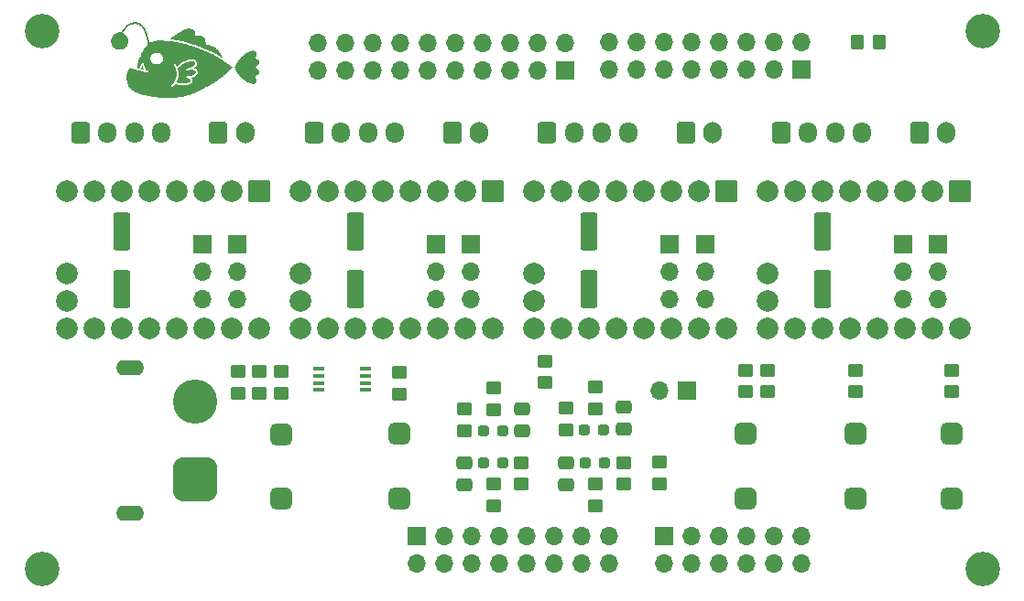
<source format=gts>
%TF.GenerationSoftware,KiCad,Pcbnew,8.0.3*%
%TF.CreationDate,2024-06-29T14:46:45+02:00*%
%TF.ProjectId,StepperDriver-Shield_FRDM-MCXA153,53746570-7065-4724-9472-697665722d53,rev?*%
%TF.SameCoordinates,Original*%
%TF.FileFunction,Soldermask,Top*%
%TF.FilePolarity,Negative*%
%FSLAX46Y46*%
G04 Gerber Fmt 4.6, Leading zero omitted, Abs format (unit mm)*
G04 Created by KiCad (PCBNEW 8.0.3) date 2024-06-29 14:46:45*
%MOMM*%
%LPD*%
G01*
G04 APERTURE LIST*
G04 Aperture macros list*
%AMRoundRect*
0 Rectangle with rounded corners*
0 $1 Rounding radius*
0 $2 $3 $4 $5 $6 $7 $8 $9 X,Y pos of 4 corners*
0 Add a 4 corners polygon primitive as box body*
4,1,4,$2,$3,$4,$5,$6,$7,$8,$9,$2,$3,0*
0 Add four circle primitives for the rounded corners*
1,1,$1+$1,$2,$3*
1,1,$1+$1,$4,$5*
1,1,$1+$1,$6,$7*
1,1,$1+$1,$8,$9*
0 Add four rect primitives between the rounded corners*
20,1,$1+$1,$2,$3,$4,$5,0*
20,1,$1+$1,$4,$5,$6,$7,0*
20,1,$1+$1,$6,$7,$8,$9,0*
20,1,$1+$1,$8,$9,$2,$3,0*%
G04 Aperture macros list end*
%ADD10C,0.000000*%
%ADD11RoundRect,0.102000X-0.900000X0.900000X-0.900000X-0.900000X0.900000X-0.900000X0.900000X0.900000X0*%
%ADD12C,2.004000*%
%ADD13RoundRect,0.250000X-0.450000X0.350000X-0.450000X-0.350000X0.450000X-0.350000X0.450000X0.350000X0*%
%ADD14RoundRect,0.250000X-0.475000X0.337500X-0.475000X-0.337500X0.475000X-0.337500X0.475000X0.337500X0*%
%ADD15C,3.200000*%
%ADD16RoundRect,0.250000X0.475000X-0.337500X0.475000X0.337500X-0.475000X0.337500X-0.475000X-0.337500X0*%
%ADD17RoundRect,0.250000X0.350000X0.450000X-0.350000X0.450000X-0.350000X-0.450000X0.350000X-0.450000X0*%
%ADD18RoundRect,0.250000X-0.600000X-0.750000X0.600000X-0.750000X0.600000X0.750000X-0.600000X0.750000X0*%
%ADD19O,1.700000X2.000000*%
%ADD20RoundRect,0.250000X-0.600000X-0.725000X0.600000X-0.725000X0.600000X0.725000X-0.600000X0.725000X0*%
%ADD21O,1.700000X1.950000*%
%ADD22R,1.100000X0.400000*%
%ADD23RoundRect,0.250000X0.450000X-0.350000X0.450000X0.350000X-0.450000X0.350000X-0.450000X-0.350000X0*%
%ADD24RoundRect,0.250000X-0.550000X1.500000X-0.550000X-1.500000X0.550000X-1.500000X0.550000X1.500000X0*%
%ADD25RoundRect,0.500000X-0.500000X0.500000X-0.500000X-0.500000X0.500000X-0.500000X0.500000X0.500000X0*%
%ADD26R,1.700000X1.700000*%
%ADD27O,1.700000X1.700000*%
%ADD28O,2.604000X1.404000*%
%ADD29RoundRect,1.025000X1.025000X-1.025000X1.025000X1.025000X-1.025000X1.025000X-1.025000X-1.025000X0*%
%ADD30C,4.100000*%
%ADD31RoundRect,0.237500X-0.287500X-0.237500X0.287500X-0.237500X0.287500X0.237500X-0.287500X0.237500X0*%
%ADD32RoundRect,0.500000X0.500000X-0.500000X0.500000X0.500000X-0.500000X0.500000X-0.500000X-0.500000X0*%
%ADD33RoundRect,0.237500X0.287500X0.237500X-0.287500X0.237500X-0.287500X-0.237500X0.287500X-0.237500X0*%
G04 APERTURE END LIST*
D10*
%TO.C,Blub1*%
G36*
X96642611Y-73467663D02*
G01*
X96643330Y-73469784D01*
X96644913Y-73476011D01*
X96649631Y-73489965D01*
X96657440Y-73511526D01*
X96668293Y-73540573D01*
X96682145Y-73576984D01*
X96698952Y-73620640D01*
X96718667Y-73671419D01*
X96728232Y-73695938D01*
X96739537Y-73724942D01*
X96749885Y-73751616D01*
X96758858Y-73774870D01*
X96766037Y-73793614D01*
X96771002Y-73806757D01*
X96773335Y-73813209D01*
X96773403Y-73813432D01*
X96774114Y-73817401D01*
X96772601Y-73819539D01*
X96767653Y-73819722D01*
X96758056Y-73817828D01*
X96742599Y-73813733D01*
X96723777Y-73808381D01*
X96708466Y-73804163D01*
X96686561Y-73798382D01*
X96659701Y-73791459D01*
X96629525Y-73783813D01*
X96597673Y-73775862D01*
X96572487Y-73769664D01*
X96543203Y-73762402D01*
X96516806Y-73755660D01*
X96494359Y-73749724D01*
X96476926Y-73744882D01*
X96465568Y-73741421D01*
X96461349Y-73739629D01*
X96461344Y-73739601D01*
X96463542Y-73735228D01*
X96469645Y-73725143D01*
X96478827Y-73710660D01*
X96490264Y-73693091D01*
X96495907Y-73684559D01*
X96509879Y-73663320D01*
X96525391Y-73639380D01*
X96541815Y-73613747D01*
X96558520Y-73587430D01*
X96574877Y-73561435D01*
X96590257Y-73536772D01*
X96604031Y-73514448D01*
X96615568Y-73495471D01*
X96624240Y-73480850D01*
X96629417Y-73471592D01*
X96630628Y-73468789D01*
X96634067Y-73465587D01*
X96636979Y-73465183D01*
X96642611Y-73467663D01*
G37*
G36*
X106895751Y-72033090D02*
G01*
X106907077Y-72034593D01*
X106919087Y-72037472D01*
X106932903Y-72042111D01*
X106949649Y-72048896D01*
X106970451Y-72058211D01*
X106996430Y-72070439D01*
X107028712Y-72085966D01*
X107034235Y-72088636D01*
X107066424Y-72104691D01*
X107091959Y-72118748D01*
X107112115Y-72131791D01*
X107128165Y-72144803D01*
X107141383Y-72158766D01*
X107153041Y-72174663D01*
X107159835Y-72185569D01*
X107173729Y-72210430D01*
X107183409Y-72231827D01*
X107190079Y-72252809D01*
X107194356Y-72273020D01*
X107198080Y-72305530D01*
X107197676Y-72338940D01*
X107192916Y-72374179D01*
X107183573Y-72412175D01*
X107169420Y-72453858D01*
X107150230Y-72500156D01*
X107126451Y-72550630D01*
X107115559Y-72572915D01*
X107105841Y-72593201D01*
X107097993Y-72610004D01*
X107092712Y-72621835D01*
X107090852Y-72626560D01*
X107086939Y-72636463D01*
X107080736Y-72649656D01*
X107077588Y-72655770D01*
X107068403Y-72680581D01*
X107067437Y-72704400D01*
X107074457Y-72726759D01*
X107089231Y-72747188D01*
X107111525Y-72765218D01*
X107138979Y-72779495D01*
X107189849Y-72801792D01*
X107233339Y-72822902D01*
X107270318Y-72843542D01*
X107301657Y-72864431D01*
X107328227Y-72886287D01*
X107350897Y-72909826D01*
X107370538Y-72935767D01*
X107388021Y-72964826D01*
X107404215Y-72997723D01*
X107404556Y-72998480D01*
X107413915Y-73021387D01*
X107422999Y-73047234D01*
X107430308Y-73071635D01*
X107432356Y-73079817D01*
X107436527Y-73098431D01*
X107438889Y-73112140D01*
X107439518Y-73123960D01*
X107438489Y-73136908D01*
X107435880Y-73154001D01*
X107434450Y-73162449D01*
X107429507Y-73186161D01*
X107423172Y-73209039D01*
X107416431Y-73227596D01*
X107415257Y-73230193D01*
X107399149Y-73258188D01*
X107376158Y-73289012D01*
X107347068Y-73321899D01*
X107312666Y-73356082D01*
X107273735Y-73390797D01*
X107231059Y-73425276D01*
X107185423Y-73458753D01*
X107171268Y-73468489D01*
X107141995Y-73489548D01*
X107120246Y-73508040D01*
X107105612Y-73524347D01*
X107098797Y-73535967D01*
X107094070Y-73554636D01*
X107093387Y-73576298D01*
X107096756Y-73596501D01*
X107098665Y-73601866D01*
X107104779Y-73611928D01*
X107114624Y-73623741D01*
X107126233Y-73635409D01*
X107137643Y-73645032D01*
X107146887Y-73650712D01*
X107150018Y-73651480D01*
X107155630Y-73653814D01*
X107166884Y-73660262D01*
X107182549Y-73669996D01*
X107201391Y-73682186D01*
X107222179Y-73696004D01*
X107243681Y-73710620D01*
X107264663Y-73725206D01*
X107283893Y-73738932D01*
X107300139Y-73750970D01*
X107312168Y-73760490D01*
X107312521Y-73760787D01*
X107331777Y-73777995D01*
X107352000Y-73797660D01*
X107371413Y-73817914D01*
X107388240Y-73836891D01*
X107400705Y-73852723D01*
X107402621Y-73855502D01*
X107418421Y-73884765D01*
X107429875Y-73919069D01*
X107436246Y-73951025D01*
X107438402Y-73966432D01*
X107439303Y-73978781D01*
X107438762Y-73990602D01*
X107436589Y-74004424D01*
X107432597Y-74022778D01*
X107430143Y-74033250D01*
X107419229Y-74070689D01*
X107404188Y-74109851D01*
X107386297Y-74147919D01*
X107366831Y-74182073D01*
X107354706Y-74199813D01*
X107330860Y-74227757D01*
X107300964Y-74255304D01*
X107264466Y-74282862D01*
X107220814Y-74310843D01*
X107169456Y-74339654D01*
X107158566Y-74345368D01*
X107130856Y-74360395D01*
X107109912Y-74373419D01*
X107094569Y-74385410D01*
X107083665Y-74397339D01*
X107076036Y-74410176D01*
X107073392Y-74416428D01*
X107068651Y-74437411D01*
X107069038Y-74459488D01*
X107074288Y-74479421D01*
X107079282Y-74488479D01*
X107086422Y-74500858D01*
X107091227Y-74513268D01*
X107091251Y-74513366D01*
X107094595Y-74522421D01*
X107101026Y-74536535D01*
X107109458Y-74553396D01*
X107114715Y-74563299D01*
X107143445Y-74619192D01*
X107166038Y-74670053D01*
X107182601Y-74716569D01*
X107193243Y-74759427D01*
X107198072Y-74799315D01*
X107197197Y-74836917D01*
X107190726Y-74872922D01*
X107178766Y-74908015D01*
X107171566Y-74923809D01*
X107161148Y-74944290D01*
X107151008Y-74962033D01*
X107140318Y-74977717D01*
X107128250Y-74992018D01*
X107113977Y-75005612D01*
X107096671Y-75019176D01*
X107075505Y-75033388D01*
X107049651Y-75048923D01*
X107018282Y-75066460D01*
X106980570Y-75086674D01*
X106957672Y-75098733D01*
X106937453Y-75109068D01*
X106922314Y-75115912D01*
X106910011Y-75120022D01*
X106898299Y-75122157D01*
X106885694Y-75123045D01*
X106868991Y-75123341D01*
X106853852Y-75122987D01*
X106845247Y-75122262D01*
X106740060Y-75102566D01*
X106634369Y-75074626D01*
X106528088Y-75038411D01*
X106421126Y-74993885D01*
X106313397Y-74941015D01*
X106204812Y-74879767D01*
X106195322Y-74874042D01*
X106140879Y-74839718D01*
X106087843Y-74803508D01*
X106035309Y-74764664D01*
X105982368Y-74722442D01*
X105928114Y-74676098D01*
X105871640Y-74624884D01*
X105812038Y-74568057D01*
X105759195Y-74515743D01*
X105716705Y-74472679D01*
X105679363Y-74433939D01*
X105645998Y-74398207D01*
X105615439Y-74364167D01*
X105586517Y-74330505D01*
X105558061Y-74295907D01*
X105528900Y-74259056D01*
X105516770Y-74243382D01*
X105469124Y-74178776D01*
X105422016Y-74109707D01*
X105376174Y-74037485D01*
X105332326Y-73963421D01*
X105291201Y-73888827D01*
X105253527Y-73815015D01*
X105220032Y-73743294D01*
X105191446Y-73674977D01*
X105172764Y-73624134D01*
X105157442Y-73579294D01*
X105164438Y-73555052D01*
X105174939Y-73522808D01*
X105189394Y-73484646D01*
X105207224Y-73441802D01*
X105227852Y-73395512D01*
X105250699Y-73347011D01*
X105275187Y-73297534D01*
X105300737Y-73248318D01*
X105326772Y-73200597D01*
X105346180Y-73166683D01*
X105391484Y-73091770D01*
X105437304Y-73021269D01*
X105484652Y-72953888D01*
X105534540Y-72888333D01*
X105587978Y-72823312D01*
X105645979Y-72757534D01*
X105709554Y-72689705D01*
X105759195Y-72639027D01*
X105821863Y-72577140D01*
X105880706Y-72521393D01*
X105936759Y-72470991D01*
X105991051Y-72425136D01*
X106044617Y-72383032D01*
X106098488Y-72343882D01*
X106153697Y-72306890D01*
X106211276Y-72271259D01*
X106272257Y-72236192D01*
X106303290Y-72219192D01*
X106363855Y-72188057D01*
X106426490Y-72158796D01*
X106490169Y-72131746D01*
X106553867Y-72107243D01*
X106616556Y-72085625D01*
X106677212Y-72067230D01*
X106734807Y-72052395D01*
X106788315Y-72041458D01*
X106836711Y-72034755D01*
X106870652Y-72032675D01*
X106883984Y-72032579D01*
X106895751Y-72033090D01*
G37*
G36*
X100940880Y-69998752D02*
G01*
X101023597Y-70005604D01*
X101102279Y-70019885D01*
X101177014Y-70041626D01*
X101247890Y-70070859D01*
X101314995Y-70107617D01*
X101378416Y-70151930D01*
X101391455Y-70162346D01*
X101422847Y-70190417D01*
X101447392Y-70218405D01*
X101466396Y-70248388D01*
X101481167Y-70282445D01*
X101493011Y-70322653D01*
X101493493Y-70324630D01*
X101501527Y-70368716D01*
X101503449Y-70408882D01*
X101499330Y-70444589D01*
X101489237Y-70475301D01*
X101473239Y-70500479D01*
X101470599Y-70503459D01*
X101457074Y-70519682D01*
X101449128Y-70534084D01*
X101445460Y-70549782D01*
X101444731Y-70565352D01*
X101446517Y-70584501D01*
X101452728Y-70600642D01*
X101464643Y-70616475D01*
X101472961Y-70624949D01*
X101488965Y-70637860D01*
X101506037Y-70645950D01*
X101525781Y-70649490D01*
X101549801Y-70648754D01*
X101579702Y-70644011D01*
X101582337Y-70643479D01*
X101596814Y-70641095D01*
X101617538Y-70638448D01*
X101642302Y-70635783D01*
X101668900Y-70633345D01*
X101684965Y-70632083D01*
X101712818Y-70630220D01*
X101736445Y-70629148D01*
X101758290Y-70628895D01*
X101780796Y-70629486D01*
X101806406Y-70630948D01*
X101837564Y-70633308D01*
X101843742Y-70633813D01*
X101925554Y-70642412D01*
X101999569Y-70654102D01*
X102065885Y-70668912D01*
X102124601Y-70686871D01*
X102175813Y-70708005D01*
X102219620Y-70732343D01*
X102242018Y-70748206D01*
X102269834Y-70773107D01*
X102297872Y-70804166D01*
X102324529Y-70839270D01*
X102348205Y-70876308D01*
X102367298Y-70913166D01*
X102367568Y-70913766D01*
X102379831Y-70943785D01*
X102393055Y-70981011D01*
X102406928Y-71024280D01*
X102421138Y-71072426D01*
X102435372Y-71124286D01*
X102449318Y-71178694D01*
X102462663Y-71234485D01*
X102475095Y-71290496D01*
X102486302Y-71345562D01*
X102492903Y-71380974D01*
X102497397Y-71405616D01*
X102501107Y-71423571D01*
X102504691Y-71436496D01*
X102508806Y-71446050D01*
X102514111Y-71453889D01*
X102521262Y-71461672D01*
X102527251Y-71467523D01*
X102540387Y-71478839D01*
X102553181Y-71486098D01*
X102568066Y-71490088D01*
X102587473Y-71491593D01*
X102601886Y-71491635D01*
X102615018Y-71491809D01*
X102628441Y-71492839D01*
X102643595Y-71494984D01*
X102661918Y-71498503D01*
X102684851Y-71503657D01*
X102713833Y-71510705D01*
X102729762Y-71514698D01*
X102818663Y-71538149D01*
X102900186Y-71561878D01*
X102975418Y-71586283D01*
X103045446Y-71611764D01*
X103111359Y-71638719D01*
X103174245Y-71667546D01*
X103235192Y-71698643D01*
X103242080Y-71702358D01*
X103324856Y-71749905D01*
X103400461Y-71799134D01*
X103470175Y-71851117D01*
X103535272Y-71906928D01*
X103597030Y-71967639D01*
X103656726Y-72034323D01*
X103698579Y-72085908D01*
X103731976Y-72130832D01*
X103765233Y-72180085D01*
X103798793Y-72234420D01*
X103833099Y-72294585D01*
X103868592Y-72361333D01*
X103905715Y-72435415D01*
X103911301Y-72446896D01*
X103922527Y-72470463D01*
X103934854Y-72497055D01*
X103947842Y-72525648D01*
X103961050Y-72555221D01*
X103974036Y-72584749D01*
X103986359Y-72613211D01*
X103997579Y-72639583D01*
X104007254Y-72662842D01*
X104014942Y-72681966D01*
X104020203Y-72695930D01*
X104022596Y-72703713D01*
X104022592Y-72704957D01*
X104018022Y-72704695D01*
X104014792Y-72703583D01*
X104009103Y-72700386D01*
X103997824Y-72693416D01*
X103982413Y-72683596D01*
X103964329Y-72671845D01*
X103957633Y-72667444D01*
X103857364Y-72602069D01*
X103762464Y-72541727D01*
X103671957Y-72485845D01*
X103584867Y-72433849D01*
X103500219Y-72385165D01*
X103417036Y-72339220D01*
X103334342Y-72295438D01*
X103265367Y-72260326D01*
X103204035Y-72230067D01*
X103141111Y-72199871D01*
X103076004Y-72169486D01*
X103008121Y-72138657D01*
X102936870Y-72107133D01*
X102861659Y-72074659D01*
X102781897Y-72040984D01*
X102696990Y-72005853D01*
X102606348Y-71969014D01*
X102509378Y-71930214D01*
X102405488Y-71889200D01*
X102308475Y-71851310D01*
X102259716Y-71832350D01*
X102217903Y-71816089D01*
X102182086Y-71802156D01*
X102151318Y-71790182D01*
X102124650Y-71779796D01*
X102101135Y-71770628D01*
X102079824Y-71762309D01*
X102059769Y-71754468D01*
X102040023Y-71746736D01*
X102019638Y-71738742D01*
X101997665Y-71730117D01*
X101973156Y-71720491D01*
X101959166Y-71714995D01*
X101844839Y-71670482D01*
X101730553Y-71626776D01*
X101616963Y-71584106D01*
X101504722Y-71542698D01*
X101394483Y-71502782D01*
X101286901Y-71464584D01*
X101182629Y-71428333D01*
X101082321Y-71394256D01*
X100986630Y-71362582D01*
X100896210Y-71333538D01*
X100811715Y-71307352D01*
X100733799Y-71284252D01*
X100680487Y-71269204D01*
X100562672Y-71238216D01*
X100436534Y-71207820D01*
X100302200Y-71178038D01*
X100159794Y-71148898D01*
X100009443Y-71120423D01*
X99851273Y-71092639D01*
X99685410Y-71065572D01*
X99566934Y-71047384D01*
X99532377Y-71041463D01*
X99505684Y-71035191D01*
X99486254Y-71028426D01*
X99484371Y-71027568D01*
X99468925Y-71021643D01*
X99448928Y-71016477D01*
X99422905Y-71011733D01*
X99401807Y-71008681D01*
X99376758Y-71005510D01*
X99347586Y-71002124D01*
X99315754Y-70998663D01*
X99282725Y-70995269D01*
X99249964Y-70992080D01*
X99218934Y-70989237D01*
X99191099Y-70986881D01*
X99167923Y-70985151D01*
X99150869Y-70984188D01*
X99144510Y-70984036D01*
X99132895Y-70983300D01*
X99126047Y-70981418D01*
X99125183Y-70979967D01*
X99128853Y-70976509D01*
X99138743Y-70968497D01*
X99154241Y-70956388D01*
X99174739Y-70940634D01*
X99199625Y-70921692D01*
X99228291Y-70900014D01*
X99260125Y-70876056D01*
X99294519Y-70850272D01*
X99330861Y-70823116D01*
X99368543Y-70795044D01*
X99406953Y-70766509D01*
X99445483Y-70737966D01*
X99483521Y-70709870D01*
X99520458Y-70682674D01*
X99555685Y-70656834D01*
X99588590Y-70632804D01*
X99618564Y-70611038D01*
X99644997Y-70591991D01*
X99666498Y-70576669D01*
X99722523Y-70537943D01*
X99783832Y-70497178D01*
X99849286Y-70455045D01*
X99917750Y-70412213D01*
X99988086Y-70369354D01*
X100059156Y-70327137D01*
X100129824Y-70286232D01*
X100198953Y-70247310D01*
X100265405Y-70211042D01*
X100328043Y-70178096D01*
X100385731Y-70149144D01*
X100417976Y-70133743D01*
X100493081Y-70099957D01*
X100562622Y-70071438D01*
X100627479Y-70047957D01*
X100688534Y-70029287D01*
X100746668Y-70015201D01*
X100802760Y-70005471D01*
X100857692Y-69999870D01*
X100912345Y-69998171D01*
X100940880Y-69998752D01*
G37*
G36*
X101173752Y-73005937D02*
G01*
X101216922Y-73006370D01*
X101252899Y-73007621D01*
X101282934Y-73009864D01*
X101308279Y-73013273D01*
X101330183Y-73018019D01*
X101349898Y-73024275D01*
X101368675Y-73032216D01*
X101370657Y-73033161D01*
X101390773Y-73044131D01*
X101409302Y-73056502D01*
X101422530Y-73067644D01*
X101435269Y-73083207D01*
X101449060Y-73104496D01*
X101462601Y-73129104D01*
X101474589Y-73154623D01*
X101483722Y-73178645D01*
X101485257Y-73183619D01*
X101492360Y-73222666D01*
X101491454Y-73262821D01*
X101482810Y-73303420D01*
X101466700Y-73343801D01*
X101443395Y-73383302D01*
X101413167Y-73421258D01*
X101376288Y-73457008D01*
X101371610Y-73460967D01*
X101344919Y-73482516D01*
X101318562Y-73502459D01*
X101293805Y-73519929D01*
X101271914Y-73534055D01*
X101254154Y-73543971D01*
X101244912Y-73547923D01*
X101230871Y-73553548D01*
X101218750Y-73559887D01*
X101215274Y-73562261D01*
X101202953Y-73570336D01*
X101185276Y-73579893D01*
X101164027Y-73590176D01*
X101140987Y-73600428D01*
X101117940Y-73609892D01*
X101096668Y-73617813D01*
X101078955Y-73623433D01*
X101066581Y-73625997D01*
X101064894Y-73626076D01*
X101046057Y-73627638D01*
X101020931Y-73632060D01*
X100990708Y-73638946D01*
X100956582Y-73647899D01*
X100919747Y-73658524D01*
X100881394Y-73670423D01*
X100842717Y-73683202D01*
X100804910Y-73696462D01*
X100769165Y-73709809D01*
X100736675Y-73722846D01*
X100708633Y-73735177D01*
X100686232Y-73746405D01*
X100670666Y-73756134D01*
X100668725Y-73757659D01*
X100654728Y-73772783D01*
X100643626Y-73791486D01*
X100637083Y-73810589D01*
X100636029Y-73820198D01*
X100640012Y-73843279D01*
X100650954Y-73864731D01*
X100667349Y-73883060D01*
X100687689Y-73896775D01*
X100710468Y-73904383D01*
X100722117Y-73905430D01*
X100734179Y-73903530D01*
X100753007Y-73897889D01*
X100777891Y-73888740D01*
X100798329Y-73880458D01*
X100860677Y-73855447D01*
X100917279Y-73835075D01*
X100969307Y-73819092D01*
X101017928Y-73807248D01*
X101064313Y-73799295D01*
X101109632Y-73794981D01*
X101155054Y-73794058D01*
X101195014Y-73795779D01*
X101253235Y-73801465D01*
X101307323Y-73810032D01*
X101356557Y-73821261D01*
X101400216Y-73834933D01*
X101437579Y-73850830D01*
X101467925Y-73868732D01*
X101486637Y-73884321D01*
X101501819Y-73902299D01*
X101516849Y-73924819D01*
X101529688Y-73948497D01*
X101538302Y-73969954D01*
X101538402Y-73970284D01*
X101543258Y-73992779D01*
X101546357Y-74020091D01*
X101547449Y-74048704D01*
X101546282Y-74075102D01*
X101546025Y-74077545D01*
X101538276Y-74112906D01*
X101523542Y-74148577D01*
X101502971Y-74182525D01*
X101477713Y-74212713D01*
X101461001Y-74228001D01*
X101440520Y-74243043D01*
X101413442Y-74260280D01*
X101381115Y-74278980D01*
X101344889Y-74298414D01*
X101306112Y-74317849D01*
X101266133Y-74336555D01*
X101237263Y-74349205D01*
X101220970Y-74355404D01*
X101200866Y-74361966D01*
X101178565Y-74368491D01*
X101155678Y-74374576D01*
X101133820Y-74379823D01*
X101114604Y-74383829D01*
X101099641Y-74386193D01*
X101090546Y-74386515D01*
X101089016Y-74386052D01*
X101083604Y-74385661D01*
X101071589Y-74386275D01*
X101054761Y-74387762D01*
X101035351Y-74389941D01*
X101014734Y-74392162D01*
X100988078Y-74394570D01*
X100957802Y-74396971D01*
X100926326Y-74399174D01*
X100898540Y-74400850D01*
X100854830Y-74403269D01*
X100818760Y-74405339D01*
X100789511Y-74407148D01*
X100766264Y-74408782D01*
X100748203Y-74410330D01*
X100734508Y-74411879D01*
X100724363Y-74413516D01*
X100716949Y-74415330D01*
X100711448Y-74417407D01*
X100707043Y-74419836D01*
X100704396Y-74421632D01*
X100684714Y-74439146D01*
X100672515Y-74458984D01*
X100666839Y-74482817D01*
X100666436Y-74487664D01*
X100666728Y-74509177D01*
X100671341Y-74527517D01*
X100681296Y-74545447D01*
X100693505Y-74561020D01*
X100705333Y-74572531D01*
X100719440Y-74581224D01*
X100737495Y-74587754D01*
X100761165Y-74592775D01*
X100782104Y-74595758D01*
X100822566Y-74602011D01*
X100864095Y-74610649D01*
X100904653Y-74621112D01*
X100942205Y-74632839D01*
X100974716Y-74645268D01*
X100992936Y-74653852D01*
X101021183Y-74672696D01*
X101045212Y-74696773D01*
X101064596Y-74724804D01*
X101078907Y-74755508D01*
X101087716Y-74787606D01*
X101090596Y-74819819D01*
X101087118Y-74850866D01*
X101076855Y-74879466D01*
X101071517Y-74888761D01*
X101051451Y-74913390D01*
X101023688Y-74937185D01*
X100988987Y-74959727D01*
X100948109Y-74980597D01*
X100901815Y-74999375D01*
X100850864Y-75015641D01*
X100832912Y-75020449D01*
X100776832Y-75034039D01*
X100719515Y-75046565D01*
X100662878Y-75057667D01*
X100608843Y-75066988D01*
X100559328Y-75074170D01*
X100523827Y-75078174D01*
X100503465Y-75080124D01*
X100485023Y-75081942D01*
X100470876Y-75083389D01*
X100464551Y-75084084D01*
X100455819Y-75084256D01*
X100440575Y-75083689D01*
X100420732Y-75082485D01*
X100398204Y-75080750D01*
X100390455Y-75080073D01*
X100362936Y-75077427D01*
X100333121Y-75074282D01*
X100304562Y-75071027D01*
X100280813Y-75068052D01*
X100280370Y-75067993D01*
X100261600Y-75065594D01*
X100236418Y-75062561D01*
X100206832Y-75059128D01*
X100174855Y-75055525D01*
X100142495Y-75051985D01*
X100130062Y-75050656D01*
X100097302Y-75047146D01*
X100069151Y-75044018D01*
X100044083Y-75041055D01*
X100020570Y-75038039D01*
X99997085Y-75034750D01*
X99972103Y-75030972D01*
X99944096Y-75026486D01*
X99911537Y-75021074D01*
X99872899Y-75014518D01*
X99851687Y-75010890D01*
X99822674Y-75006025D01*
X99795676Y-75001693D01*
X99772064Y-74998098D01*
X99753210Y-74995445D01*
X99740484Y-74993939D01*
X99736310Y-74993671D01*
X99726503Y-74993185D01*
X99721604Y-74991992D01*
X99721477Y-74991739D01*
X99723267Y-74987566D01*
X99728302Y-74976847D01*
X99736077Y-74960630D01*
X99746087Y-74939962D01*
X99757829Y-74915890D01*
X99767869Y-74895415D01*
X99814874Y-74795196D01*
X99855186Y-74699227D01*
X99888991Y-74606817D01*
X99916474Y-74517277D01*
X99937819Y-74429915D01*
X99953213Y-74344043D01*
X99962840Y-74258969D01*
X99966886Y-74174004D01*
X99967048Y-74153188D01*
X99963567Y-74066346D01*
X99953366Y-73978220D01*
X99936823Y-73890825D01*
X99914314Y-73806175D01*
X99887999Y-73730770D01*
X99873347Y-73693623D01*
X99885901Y-73677844D01*
X99900062Y-73661586D01*
X99919996Y-73640923D01*
X99944793Y-73616649D01*
X99973545Y-73589558D01*
X100005340Y-73560447D01*
X100039270Y-73530110D01*
X100074424Y-73499342D01*
X100109892Y-73468937D01*
X100144766Y-73439691D01*
X100178135Y-73412399D01*
X100209090Y-73387855D01*
X100236720Y-73366854D01*
X100260117Y-73350192D01*
X100263434Y-73347964D01*
X100302414Y-73322499D01*
X100339568Y-73299286D01*
X100376002Y-73277770D01*
X100412824Y-73257397D01*
X100451141Y-73237612D01*
X100492062Y-73217861D01*
X100536693Y-73197589D01*
X100586142Y-73176241D01*
X100641517Y-73153264D01*
X100697423Y-73130699D01*
X100750733Y-73109595D01*
X100797592Y-73091520D01*
X100839281Y-73076045D01*
X100877081Y-73062744D01*
X100912272Y-73051190D01*
X100946135Y-73040954D01*
X100979950Y-73031611D01*
X101014997Y-73022733D01*
X101036146Y-73017686D01*
X101054211Y-73013590D01*
X101069640Y-73010559D01*
X101084260Y-73008439D01*
X101099899Y-73007072D01*
X101118385Y-73006303D01*
X101141545Y-73005975D01*
X101171207Y-73005933D01*
X101173752Y-73005937D01*
G37*
G36*
X95950970Y-69406312D02*
G01*
X95967428Y-69407744D01*
X95989283Y-69409606D01*
X96013491Y-69411639D01*
X96033629Y-69413309D01*
X96125699Y-69424088D01*
X96212281Y-69440789D01*
X96293211Y-69463358D01*
X96368327Y-69491743D01*
X96437465Y-69525890D01*
X96499311Y-69564928D01*
X96553389Y-69606992D01*
X96608054Y-69656624D01*
X96662613Y-69713022D01*
X96716372Y-69775383D01*
X96768637Y-69842906D01*
X96818713Y-69914788D01*
X96862952Y-69985249D01*
X96877654Y-70011301D01*
X96894513Y-70043498D01*
X96912687Y-70080066D01*
X96931334Y-70119230D01*
X96949610Y-70159217D01*
X96966674Y-70198253D01*
X96981683Y-70234563D01*
X96983382Y-70238845D01*
X96998835Y-70279460D01*
X97015830Y-70326690D01*
X97033854Y-70378935D01*
X97052398Y-70434595D01*
X97070950Y-70492068D01*
X97088999Y-70549755D01*
X97106034Y-70606054D01*
X97121544Y-70659366D01*
X97135017Y-70708090D01*
X97142926Y-70738461D01*
X97154424Y-70785594D01*
X97165831Y-70835217D01*
X97176890Y-70886006D01*
X97187342Y-70936638D01*
X97196930Y-70985789D01*
X97205396Y-71032135D01*
X97212483Y-71074354D01*
X97217933Y-71111121D01*
X97221487Y-71141113D01*
X97221648Y-71142812D01*
X97225915Y-71166786D01*
X97234606Y-71188142D01*
X97248774Y-71208699D01*
X97269467Y-71230274D01*
X97275252Y-71235564D01*
X97302523Y-71256122D01*
X97331548Y-71269744D01*
X97364499Y-71277331D01*
X97379900Y-71278925D01*
X97394140Y-71279776D01*
X97405330Y-71279560D01*
X97415828Y-71277762D01*
X97427993Y-71273865D01*
X97444183Y-71267353D01*
X97456266Y-71262209D01*
X97534782Y-71231148D01*
X97619437Y-71202384D01*
X97708273Y-71176385D01*
X97799330Y-71153622D01*
X97890649Y-71134565D01*
X97980271Y-71119684D01*
X98066237Y-71109448D01*
X98106158Y-71106289D01*
X98151883Y-71104248D01*
X98204981Y-71103498D01*
X98264460Y-71104003D01*
X98329327Y-71105728D01*
X98398592Y-71108636D01*
X98471262Y-71112692D01*
X98546347Y-71117859D01*
X98622856Y-71124101D01*
X98640154Y-71125650D01*
X98678145Y-71128891D01*
X98720424Y-71132135D01*
X98764115Y-71135186D01*
X98806340Y-71137846D01*
X98844222Y-71139919D01*
X98858094Y-71140565D01*
X98917574Y-71143182D01*
X98969551Y-71145543D01*
X99014984Y-71147705D01*
X99054832Y-71149721D01*
X99090054Y-71151647D01*
X99121609Y-71153539D01*
X99150457Y-71155451D01*
X99177556Y-71157437D01*
X99203866Y-71159555D01*
X99230345Y-71161857D01*
X99232445Y-71162046D01*
X99266205Y-71165120D01*
X99292654Y-71167652D01*
X99312916Y-71169830D01*
X99328118Y-71171840D01*
X99339385Y-71173869D01*
X99347842Y-71176103D01*
X99354614Y-71178731D01*
X99360827Y-71181939D01*
X99364290Y-71183944D01*
X99371704Y-71187146D01*
X99383790Y-71190559D01*
X99401304Y-71194334D01*
X99425003Y-71198617D01*
X99455642Y-71203558D01*
X99491846Y-71208993D01*
X99648801Y-71232679D01*
X99797856Y-71256644D01*
X99939581Y-71281010D01*
X100074544Y-71305897D01*
X100203312Y-71331430D01*
X100326454Y-71357728D01*
X100444537Y-71384915D01*
X100558131Y-71413112D01*
X100667803Y-71442442D01*
X100774120Y-71473025D01*
X100877652Y-71504985D01*
X100892189Y-71509651D01*
X101019202Y-71551387D01*
X101152093Y-71596521D01*
X101289262Y-71644481D01*
X101429109Y-71694691D01*
X101570033Y-71746576D01*
X101710435Y-71799562D01*
X101848714Y-71853074D01*
X101851198Y-71854048D01*
X101890697Y-71869522D01*
X101936123Y-71887287D01*
X101985507Y-71906574D01*
X102036880Y-71926616D01*
X102088273Y-71946645D01*
X102137717Y-71965891D01*
X102183242Y-71983589D01*
X102187805Y-71985360D01*
X102311496Y-72033635D01*
X102427702Y-72079526D01*
X102536977Y-72123309D01*
X102639873Y-72165258D01*
X102736947Y-72205647D01*
X102828753Y-72244750D01*
X102915844Y-72282842D01*
X102998776Y-72320196D01*
X103078102Y-72357088D01*
X103154377Y-72393791D01*
X103228156Y-72430580D01*
X103299993Y-72467728D01*
X103370441Y-72505510D01*
X103440057Y-72544201D01*
X103509393Y-72584075D01*
X103579005Y-72625405D01*
X103649446Y-72668466D01*
X103721272Y-72713533D01*
X103795036Y-72760879D01*
X103871293Y-72810779D01*
X103915292Y-72839941D01*
X103938182Y-72855205D01*
X103959506Y-72869506D01*
X103979968Y-72883338D01*
X104000268Y-72897194D01*
X104021109Y-72911567D01*
X104043191Y-72926950D01*
X104067217Y-72943836D01*
X104093887Y-72962719D01*
X104123904Y-72984091D01*
X104157969Y-73008446D01*
X104196783Y-73036276D01*
X104241049Y-73068076D01*
X104291466Y-73104337D01*
X104292122Y-73104808D01*
X104332622Y-73133836D01*
X104376520Y-73165101D01*
X104422235Y-73197491D01*
X104468187Y-73229892D01*
X104512795Y-73261191D01*
X104554480Y-73290275D01*
X104591660Y-73316032D01*
X104607558Y-73326965D01*
X104664423Y-73366185D01*
X104717027Y-73402927D01*
X104765074Y-73436968D01*
X104808269Y-73468087D01*
X104846317Y-73496063D01*
X104878922Y-73520675D01*
X104905790Y-73541700D01*
X104926625Y-73558917D01*
X104941132Y-73572105D01*
X104949017Y-73581042D01*
X104950450Y-73584371D01*
X104947585Y-73590513D01*
X104939337Y-73601653D01*
X104926470Y-73616960D01*
X104909744Y-73635603D01*
X104889922Y-73656752D01*
X104867765Y-73679577D01*
X104844034Y-73703247D01*
X104820922Y-73725576D01*
X104794904Y-73750345D01*
X104766294Y-73777654D01*
X104737174Y-73805513D01*
X104709623Y-73831931D01*
X104685722Y-73854917D01*
X104681542Y-73858948D01*
X104666474Y-73873278D01*
X104645888Y-73892545D01*
X104620571Y-73916034D01*
X104591308Y-73943029D01*
X104558885Y-73972814D01*
X104524089Y-74004673D01*
X104487706Y-74037890D01*
X104450522Y-74071750D01*
X104413324Y-74105536D01*
X104376897Y-74138532D01*
X104342029Y-74170024D01*
X104309504Y-74199293D01*
X104280110Y-74225626D01*
X104254632Y-74248306D01*
X104233857Y-74266617D01*
X104233155Y-74267230D01*
X104211722Y-74285587D01*
X104184348Y-74308425D01*
X104151835Y-74335107D01*
X104114988Y-74364995D01*
X104074611Y-74397452D01*
X104031509Y-74431842D01*
X103986486Y-74467527D01*
X103940346Y-74503871D01*
X103893893Y-74540236D01*
X103847932Y-74575984D01*
X103803267Y-74610480D01*
X103760701Y-74643085D01*
X103721039Y-74673164D01*
X103714737Y-74677910D01*
X103686203Y-74699131D01*
X103652642Y-74723689D01*
X103615467Y-74750581D01*
X103576089Y-74778807D01*
X103535917Y-74807364D01*
X103496364Y-74835252D01*
X103458840Y-74861468D01*
X103424756Y-74885012D01*
X103395523Y-74904881D01*
X103386038Y-74911221D01*
X103340309Y-74940932D01*
X103287389Y-74974099D01*
X103227707Y-75010476D01*
X103161686Y-75049819D01*
X103089755Y-75091883D01*
X103012339Y-75136421D01*
X102929864Y-75183189D01*
X102842757Y-75231941D01*
X102751444Y-75282432D01*
X102656351Y-75334417D01*
X102560400Y-75386308D01*
X102460101Y-75440242D01*
X102367049Y-75490221D01*
X102281055Y-75536347D01*
X102201933Y-75578718D01*
X102129493Y-75617434D01*
X102063548Y-75652595D01*
X102003910Y-75684300D01*
X101950391Y-75712650D01*
X101902804Y-75737743D01*
X101860959Y-75759680D01*
X101824669Y-75778561D01*
X101793747Y-75794485D01*
X101768003Y-75807552D01*
X101747251Y-75817861D01*
X101744210Y-75819344D01*
X101712580Y-75834256D01*
X101674406Y-75851454D01*
X101630455Y-75870640D01*
X101581493Y-75891514D01*
X101528286Y-75913777D01*
X101471600Y-75937129D01*
X101412200Y-75961270D01*
X101350853Y-75985901D01*
X101288324Y-76010722D01*
X101225380Y-76035434D01*
X101162786Y-76059737D01*
X101101309Y-76083332D01*
X101041714Y-76105920D01*
X100984768Y-76127200D01*
X100931235Y-76146873D01*
X100881883Y-76164640D01*
X100837478Y-76180201D01*
X100798784Y-76193256D01*
X100766568Y-76203506D01*
X100747958Y-76208942D01*
X100717881Y-76217073D01*
X100682127Y-76226438D01*
X100642284Y-76236647D01*
X100599943Y-76247308D01*
X100556693Y-76258028D01*
X100514124Y-76268416D01*
X100473824Y-76278080D01*
X100437385Y-76286628D01*
X100406394Y-76293668D01*
X100388361Y-76297581D01*
X100324641Y-76310545D01*
X100264061Y-76321853D01*
X100204529Y-76331826D01*
X100143950Y-76340781D01*
X100080231Y-76349037D01*
X100011277Y-76356913D01*
X99970817Y-76361152D01*
X99893250Y-76368897D01*
X99820934Y-76375751D01*
X99752051Y-76381849D01*
X99684786Y-76387330D01*
X99617323Y-76392332D01*
X99547844Y-76396992D01*
X99474534Y-76401448D01*
X99395577Y-76405837D01*
X99348881Y-76408283D01*
X99332658Y-76408920D01*
X99309269Y-76409556D01*
X99279549Y-76410185D01*
X99244333Y-76410799D01*
X99204455Y-76411394D01*
X99160751Y-76411963D01*
X99114055Y-76412499D01*
X99065202Y-76412996D01*
X99015027Y-76413448D01*
X98964364Y-76413849D01*
X98914049Y-76414192D01*
X98864916Y-76414471D01*
X98817800Y-76414680D01*
X98773536Y-76414812D01*
X98732958Y-76414862D01*
X98696903Y-76414823D01*
X98666203Y-76414688D01*
X98641694Y-76414452D01*
X98624212Y-76414109D01*
X98616393Y-76413788D01*
X98605420Y-76413172D01*
X98587549Y-76412252D01*
X98564341Y-76411103D01*
X98537356Y-76409802D01*
X98508156Y-76408426D01*
X98493605Y-76407752D01*
X98443129Y-76405108D01*
X98386451Y-76401576D01*
X98324766Y-76397264D01*
X98259270Y-76392281D01*
X98191158Y-76386739D01*
X98121627Y-76380744D01*
X98051872Y-76374408D01*
X97983087Y-76367839D01*
X97916470Y-76361146D01*
X97853215Y-76354439D01*
X97794519Y-76347828D01*
X97741576Y-76341421D01*
X97695583Y-76335327D01*
X97684904Y-76333807D01*
X97651755Y-76328792D01*
X97611409Y-76322330D01*
X97564975Y-76314622D01*
X97513564Y-76305867D01*
X97458285Y-76296267D01*
X97400247Y-76286021D01*
X97340560Y-76275328D01*
X97280334Y-76264391D01*
X97220678Y-76253408D01*
X97162702Y-76242579D01*
X97107515Y-76232106D01*
X97056226Y-76222187D01*
X97009947Y-76213024D01*
X96969785Y-76204816D01*
X96969351Y-76204726D01*
X96890422Y-76187456D01*
X96811294Y-76168620D01*
X96733398Y-76148615D01*
X96658165Y-76127836D01*
X96587028Y-76106679D01*
X96521417Y-76085539D01*
X96462764Y-76064813D01*
X96461267Y-76064254D01*
X96391801Y-76037935D01*
X96328725Y-76013246D01*
X96270303Y-75989435D01*
X96214799Y-75965747D01*
X96160477Y-75941432D01*
X96105602Y-75915735D01*
X96048437Y-75887905D01*
X96008029Y-75867709D01*
X95914090Y-75819006D01*
X95827320Y-75771171D01*
X95746567Y-75723501D01*
X95670679Y-75675295D01*
X95598504Y-75625853D01*
X95538645Y-75581899D01*
X95516682Y-75565263D01*
X95496141Y-75549710D01*
X95478308Y-75536212D01*
X95464463Y-75525740D01*
X95455891Y-75519264D01*
X95455132Y-75518692D01*
X95446371Y-75511588D01*
X95441394Y-75506577D01*
X95440972Y-75505715D01*
X95439041Y-75501316D01*
X95433811Y-75490873D01*
X95426007Y-75475795D01*
X95416351Y-75457490D01*
X95412717Y-75450673D01*
X95393319Y-75413315D01*
X95372208Y-75370793D01*
X95350382Y-75325255D01*
X95340428Y-75303811D01*
X99302307Y-75303811D01*
X99306007Y-75325223D01*
X99316000Y-75346670D01*
X99330622Y-75365716D01*
X99348209Y-75379929D01*
X99357349Y-75384370D01*
X99369797Y-75386677D01*
X99386509Y-75386909D01*
X99403584Y-75385246D01*
X99417124Y-75381869D01*
X99417821Y-75381580D01*
X99426551Y-75375868D01*
X99439796Y-75364658D01*
X99456586Y-75348909D01*
X99475957Y-75329577D01*
X99496939Y-75307621D01*
X99518567Y-75283997D01*
X99533760Y-75266766D01*
X99545421Y-75252860D01*
X99559066Y-75235868D01*
X99573665Y-75217161D01*
X99588187Y-75198107D01*
X99601600Y-75180078D01*
X99612874Y-75164442D01*
X99620978Y-75152570D01*
X99624880Y-75145830D01*
X99624971Y-75145582D01*
X99627838Y-75142969D01*
X99634887Y-75143321D01*
X99647844Y-75146761D01*
X99649773Y-75147355D01*
X99661268Y-75150268D01*
X99679364Y-75154063D01*
X99702282Y-75158403D01*
X99728245Y-75162951D01*
X99755349Y-75167351D01*
X99785920Y-75172190D01*
X99818397Y-75177467D01*
X99850039Y-75182727D01*
X99878099Y-75187517D01*
X99895072Y-75190513D01*
X99933490Y-75196984D01*
X99977790Y-75203675D01*
X100025403Y-75210234D01*
X100073763Y-75216310D01*
X100120301Y-75221553D01*
X100127945Y-75222347D01*
X100145050Y-75224183D01*
X100168715Y-75226846D01*
X100197097Y-75230122D01*
X100228352Y-75233797D01*
X100260637Y-75237657D01*
X100278253Y-75239792D01*
X100312958Y-75243934D01*
X100341272Y-75247038D01*
X100365196Y-75249214D01*
X100386728Y-75250575D01*
X100407868Y-75251233D01*
X100430616Y-75251299D01*
X100456971Y-75250886D01*
X100470902Y-75250564D01*
X100500690Y-75249687D01*
X100527040Y-75248492D01*
X100551469Y-75246788D01*
X100575495Y-75244381D01*
X100600635Y-75241078D01*
X100628408Y-75236687D01*
X100660332Y-75231014D01*
X100697923Y-75223866D01*
X100729178Y-75217733D01*
X100791154Y-75204937D01*
X100845705Y-75192442D01*
X100893846Y-75179895D01*
X100936595Y-75166944D01*
X100974970Y-75153237D01*
X101009987Y-75138423D01*
X101042664Y-75122149D01*
X101074017Y-75104063D01*
X101093305Y-75091740D01*
X101136207Y-75059843D01*
X101173983Y-75024568D01*
X101205811Y-74986895D01*
X101230867Y-74947801D01*
X101248326Y-74908268D01*
X101248795Y-74906873D01*
X101253544Y-74891604D01*
X101256757Y-74878039D01*
X101258728Y-74863811D01*
X101259754Y-74846553D01*
X101260129Y-74823896D01*
X101260159Y-74815841D01*
X101260074Y-74791993D01*
X101259482Y-74774195D01*
X101258042Y-74760029D01*
X101255413Y-74747077D01*
X101251255Y-74732924D01*
X101246478Y-74718760D01*
X101225886Y-74670603D01*
X101198340Y-74624014D01*
X101165307Y-74581471D01*
X101164756Y-74580852D01*
X101152596Y-74567060D01*
X101145525Y-74558287D01*
X101142909Y-74553316D01*
X101144112Y-74550927D01*
X101148499Y-74549901D01*
X101148614Y-74549886D01*
X101195578Y-74540980D01*
X101247371Y-74525697D01*
X101304230Y-74503965D01*
X101322308Y-74496178D01*
X101386674Y-74466427D01*
X101443366Y-74437209D01*
X101493112Y-74407991D01*
X101536642Y-74378242D01*
X101574681Y-74347432D01*
X101607959Y-74315030D01*
X101637203Y-74280503D01*
X101658072Y-74251165D01*
X101685270Y-74202375D01*
X101704571Y-74150734D01*
X101715888Y-74096665D01*
X101719135Y-74040590D01*
X101714224Y-73982930D01*
X101713807Y-73980292D01*
X101701124Y-73927239D01*
X101680847Y-73876235D01*
X101653694Y-73828315D01*
X101620385Y-73784517D01*
X101581638Y-73745876D01*
X101538172Y-73713428D01*
X101521920Y-73703694D01*
X101506886Y-73696046D01*
X101488034Y-73687621D01*
X101467334Y-73679167D01*
X101446761Y-73671431D01*
X101428286Y-73665159D01*
X101413882Y-73661101D01*
X101406452Y-73659948D01*
X101399532Y-73658309D01*
X101399755Y-73653288D01*
X101407231Y-73644732D01*
X101422068Y-73632489D01*
X101430272Y-73626390D01*
X101457926Y-73604697D01*
X101487545Y-73578754D01*
X101517041Y-73550585D01*
X101544325Y-73522214D01*
X101567309Y-73495665D01*
X101574051Y-73487045D01*
X101604179Y-73441830D01*
X101628958Y-73393540D01*
X101647685Y-73343909D01*
X101659656Y-73294672D01*
X101663227Y-73266973D01*
X101663340Y-73223022D01*
X101657049Y-73176036D01*
X101644880Y-73127852D01*
X101627355Y-73080309D01*
X101604998Y-73035243D01*
X101590562Y-73011775D01*
X101573298Y-72988650D01*
X101551694Y-72963962D01*
X101527974Y-72939972D01*
X101504361Y-72918942D01*
X101484919Y-72904335D01*
X101459300Y-72889081D01*
X101429858Y-72874319D01*
X101400209Y-72861739D01*
X101376986Y-72853865D01*
X101347122Y-72847101D01*
X101310133Y-72841649D01*
X101267280Y-72837627D01*
X101219821Y-72835154D01*
X101170360Y-72834348D01*
X101139995Y-72834473D01*
X101115948Y-72834942D01*
X101096074Y-72835939D01*
X101078224Y-72837651D01*
X101060251Y-72840262D01*
X101040007Y-72843957D01*
X101025561Y-72846836D01*
X100987569Y-72855031D01*
X100949776Y-72864249D01*
X100911199Y-72874814D01*
X100870856Y-72887050D01*
X100827765Y-72901282D01*
X100780943Y-72917835D01*
X100729407Y-72937033D01*
X100672176Y-72959199D01*
X100608508Y-72984563D01*
X100549264Y-73008705D01*
X100496833Y-73030756D01*
X100450005Y-73051325D01*
X100407568Y-73071026D01*
X100368313Y-73090468D01*
X100331027Y-73110265D01*
X100294499Y-73131027D01*
X100257519Y-73153367D01*
X100218876Y-73177895D01*
X100195689Y-73193059D01*
X100149269Y-73225300D01*
X100098334Y-73263674D01*
X100043560Y-73307625D01*
X99985625Y-73356593D01*
X99925205Y-73410024D01*
X99864755Y-73465686D01*
X99847037Y-73482102D01*
X99831310Y-73496274D01*
X99818656Y-73507259D01*
X99810156Y-73514114D01*
X99807048Y-73515991D01*
X99803680Y-73512367D01*
X99797988Y-73502628D01*
X99790910Y-73488473D01*
X99786557Y-73478943D01*
X99768601Y-73439335D01*
X99751309Y-73403084D01*
X99735119Y-73371012D01*
X99720467Y-73343943D01*
X99707790Y-73322699D01*
X99697526Y-73308103D01*
X99693359Y-73303483D01*
X99671214Y-73287208D01*
X99647965Y-73279163D01*
X99624399Y-73279326D01*
X99601304Y-73287672D01*
X99579466Y-73304178D01*
X99576713Y-73306972D01*
X99565453Y-73319728D01*
X99557577Y-73331687D01*
X99553186Y-73343995D01*
X99552380Y-73357797D01*
X99555260Y-73374238D01*
X99561925Y-73394463D01*
X99572475Y-73419617D01*
X99587010Y-73450845D01*
X99589799Y-73456661D01*
X99609906Y-73499428D01*
X99630551Y-73545074D01*
X99651235Y-73592378D01*
X99671463Y-73640116D01*
X99690738Y-73687067D01*
X99708562Y-73732008D01*
X99724438Y-73773718D01*
X99737869Y-73810973D01*
X99748358Y-73842551D01*
X99752880Y-73857719D01*
X99770331Y-73926218D01*
X99782852Y-73990922D01*
X99790824Y-74054633D01*
X99794626Y-74120150D01*
X99795015Y-74168033D01*
X99791585Y-74248113D01*
X99782712Y-74328131D01*
X99768191Y-74408818D01*
X99747819Y-74490907D01*
X99721394Y-74575130D01*
X99688711Y-74662219D01*
X99649567Y-74752906D01*
X99608967Y-74837563D01*
X99568408Y-74915423D01*
X99528186Y-74985956D01*
X99487580Y-75050235D01*
X99445870Y-75109335D01*
X99402335Y-75164330D01*
X99356255Y-75216295D01*
X99351594Y-75221244D01*
X99333129Y-75241104D01*
X99319895Y-75256492D01*
X99311045Y-75268826D01*
X99305731Y-75279527D01*
X99303105Y-75290017D01*
X99302319Y-75301716D01*
X99302307Y-75303811D01*
X95340428Y-75303811D01*
X95328841Y-75278847D01*
X95308584Y-75233716D01*
X95290609Y-75192010D01*
X95277895Y-75160915D01*
X95248427Y-75081267D01*
X95223327Y-75001964D01*
X95202225Y-74921389D01*
X95184749Y-74837923D01*
X95170529Y-74749947D01*
X95159193Y-74655844D01*
X95156992Y-74633554D01*
X95150578Y-74546917D01*
X95148535Y-74465517D01*
X95151007Y-74387256D01*
X95158138Y-74310031D01*
X95170074Y-74231744D01*
X95186956Y-74150294D01*
X95191478Y-74131210D01*
X95207591Y-74070152D01*
X95224933Y-74016055D01*
X95244213Y-73967430D01*
X95266141Y-73922787D01*
X95291426Y-73880636D01*
X95320778Y-73839486D01*
X95344310Y-73810257D01*
X95357328Y-73795409D01*
X95373895Y-73777482D01*
X95392854Y-73757633D01*
X95413045Y-73737017D01*
X95433312Y-73716790D01*
X95452494Y-73698106D01*
X95469434Y-73682123D01*
X95482974Y-73669995D01*
X95491956Y-73662879D01*
X95492179Y-73662731D01*
X95496050Y-73660601D01*
X95500579Y-73659521D01*
X95506931Y-73659727D01*
X95516273Y-73661453D01*
X95529771Y-73664938D01*
X95548589Y-73670416D01*
X95573894Y-73678124D01*
X95584883Y-73681511D01*
X95624274Y-73693441D01*
X95670504Y-73707051D01*
X95722429Y-73722029D01*
X95778903Y-73738064D01*
X95838783Y-73754844D01*
X95900925Y-73772058D01*
X95964184Y-73789393D01*
X96027417Y-73806537D01*
X96089479Y-73823180D01*
X96149227Y-73839009D01*
X96205516Y-73853712D01*
X96257201Y-73866979D01*
X96303140Y-73878496D01*
X96342187Y-73887953D01*
X96344831Y-73888576D01*
X96377216Y-73896319D01*
X96416326Y-73905873D01*
X96460699Y-73916869D01*
X96508878Y-73928937D01*
X96559404Y-73941708D01*
X96610817Y-73954812D01*
X96661659Y-73967879D01*
X96710471Y-73980540D01*
X96755793Y-73992424D01*
X96778820Y-73998527D01*
X96826048Y-74010974D01*
X96872035Y-74022855D01*
X96915990Y-74033979D01*
X96957121Y-74044159D01*
X96994638Y-74053207D01*
X97027751Y-74060933D01*
X97055668Y-74067150D01*
X97077599Y-74071668D01*
X97092753Y-74074300D01*
X97099273Y-74074922D01*
X97113316Y-74073391D01*
X97124677Y-74070398D01*
X97138126Y-74062647D01*
X97152822Y-74050161D01*
X97165984Y-74035655D01*
X97174835Y-74021846D01*
X97175195Y-74021036D01*
X97180650Y-73998294D01*
X97178660Y-73974956D01*
X97169962Y-73952611D01*
X97155291Y-73932849D01*
X97135386Y-73917258D01*
X97124618Y-73911902D01*
X97114540Y-73908430D01*
X97098597Y-73903776D01*
X97078626Y-73898390D01*
X97056466Y-73892726D01*
X97033953Y-73887235D01*
X97012924Y-73882369D01*
X96995216Y-73878580D01*
X96982667Y-73876320D01*
X96978222Y-73875884D01*
X96971128Y-73874103D01*
X96969351Y-73871447D01*
X96967811Y-73866269D01*
X96963532Y-73854608D01*
X96957030Y-73837800D01*
X96948823Y-73817181D01*
X96940331Y-73796293D01*
X96929549Y-73769756D01*
X96916785Y-73737912D01*
X96903073Y-73703371D01*
X96889447Y-73668738D01*
X96876941Y-73636620D01*
X96876139Y-73634544D01*
X96862212Y-73598554D01*
X96847575Y-73560841D01*
X96831827Y-73520380D01*
X96814569Y-73476145D01*
X96795400Y-73427112D01*
X96773920Y-73372254D01*
X96749729Y-73310547D01*
X96749705Y-73310485D01*
X96740028Y-73286558D01*
X96732079Y-73268969D01*
X96724927Y-73256019D01*
X96717642Y-73246007D01*
X96710039Y-73237943D01*
X96698529Y-73227562D01*
X96687990Y-73219220D01*
X96682774Y-73215869D01*
X96670739Y-73212561D01*
X96654051Y-73211311D01*
X96636252Y-73212057D01*
X96620887Y-73214732D01*
X96614540Y-73217113D01*
X96609559Y-73219781D01*
X96605006Y-73222618D01*
X96600462Y-73226231D01*
X96595514Y-73231229D01*
X96589743Y-73238218D01*
X96582733Y-73247807D01*
X96574068Y-73260604D01*
X96563331Y-73277216D01*
X96550106Y-73298251D01*
X96533976Y-73324317D01*
X96514525Y-73356021D01*
X96491337Y-73393972D01*
X96475010Y-73420725D01*
X96459170Y-73446442D01*
X96440029Y-73477136D01*
X96418917Y-73510694D01*
X96397167Y-73545005D01*
X96376109Y-73577957D01*
X96364686Y-73595695D01*
X96347968Y-73621645D01*
X96332773Y-73645387D01*
X96319706Y-73665958D01*
X96309375Y-73682400D01*
X96302385Y-73693751D01*
X96299345Y-73699053D01*
X96299284Y-73699207D01*
X96295712Y-73701793D01*
X96287080Y-73699762D01*
X96285275Y-73699072D01*
X96277506Y-73696576D01*
X96262957Y-73692417D01*
X96243064Y-73686985D01*
X96219262Y-73680672D01*
X96192987Y-73673867D01*
X96186054Y-73672098D01*
X96160254Y-73665504D01*
X96137374Y-73659600D01*
X96118635Y-73654706D01*
X96105258Y-73651141D01*
X96098463Y-73649226D01*
X96097871Y-73649009D01*
X96097884Y-73644366D01*
X96099676Y-73632446D01*
X96103037Y-73614203D01*
X96107755Y-73590591D01*
X96113619Y-73562564D01*
X96120419Y-73531077D01*
X96127944Y-73497083D01*
X96135981Y-73461536D01*
X96144322Y-73425390D01*
X96152753Y-73389599D01*
X96161066Y-73355118D01*
X96169047Y-73322900D01*
X96175984Y-73295821D01*
X96222323Y-73128597D01*
X96273059Y-72965150D01*
X96328711Y-72804105D01*
X96339809Y-72775034D01*
X97344156Y-72775034D01*
X97344903Y-72812048D01*
X97347634Y-72843948D01*
X97352882Y-72873962D01*
X97361184Y-72905319D01*
X97370476Y-72933811D01*
X97387770Y-72977808D01*
X97408274Y-73017920D01*
X97433158Y-73055948D01*
X97463595Y-73093694D01*
X97498524Y-73130739D01*
X97552752Y-73179142D01*
X97611174Y-73220192D01*
X97673737Y-73253864D01*
X97740391Y-73280132D01*
X97811086Y-73298972D01*
X97853878Y-73306479D01*
X97881300Y-73309215D01*
X97914524Y-73310645D01*
X97950995Y-73310819D01*
X97988155Y-73309790D01*
X98023448Y-73307609D01*
X98054319Y-73304327D01*
X98067896Y-73302180D01*
X98129487Y-73287339D01*
X98191426Y-73265714D01*
X98251128Y-73238363D01*
X98306011Y-73206344D01*
X98312310Y-73202130D01*
X98353098Y-73171100D01*
X98392886Y-73134589D01*
X98430136Y-73094340D01*
X98463310Y-73052096D01*
X98490869Y-73009602D01*
X98504115Y-72984619D01*
X98527659Y-72926275D01*
X98543261Y-72866166D01*
X98550994Y-72805082D01*
X98550932Y-72743815D01*
X98543145Y-72683156D01*
X98527708Y-72623896D01*
X98504693Y-72566828D01*
X98474173Y-72512742D01*
X98458729Y-72490556D01*
X98412366Y-72434838D01*
X98360528Y-72385459D01*
X98303632Y-72342676D01*
X98242093Y-72306744D01*
X98176329Y-72277921D01*
X98106755Y-72256464D01*
X98063851Y-72247319D01*
X98029228Y-72242728D01*
X97989180Y-72240055D01*
X97946347Y-72239278D01*
X97903365Y-72240377D01*
X97862874Y-72243331D01*
X97827512Y-72248119D01*
X97821546Y-72249243D01*
X97775188Y-72260313D01*
X97728158Y-72274905D01*
X97683812Y-72291892D01*
X97655398Y-72304990D01*
X97601289Y-72336048D01*
X97549895Y-72373087D01*
X97502365Y-72414991D01*
X97459847Y-72460642D01*
X97423489Y-72508924D01*
X97394440Y-72558719D01*
X97394413Y-72558774D01*
X97373118Y-72606684D01*
X97358104Y-72653234D01*
X97348780Y-72700970D01*
X97344553Y-72752439D01*
X97344156Y-72775034D01*
X96339809Y-72775034D01*
X96389797Y-72644085D01*
X96456838Y-72483714D01*
X96530352Y-72321616D01*
X96590540Y-72197088D01*
X96636987Y-72105906D01*
X96682409Y-72022071D01*
X96727452Y-71944628D01*
X96772759Y-71872622D01*
X96818975Y-71805097D01*
X96866745Y-71741099D01*
X96916714Y-71679673D01*
X96969525Y-71619862D01*
X97006858Y-71580178D01*
X97050716Y-71534656D01*
X97055138Y-71499628D01*
X97056778Y-71481291D01*
X97058077Y-71456019D01*
X97059036Y-71425336D01*
X97059657Y-71390768D01*
X97059941Y-71353841D01*
X97059891Y-71316079D01*
X97059510Y-71279008D01*
X97058798Y-71244153D01*
X97057757Y-71213040D01*
X97056391Y-71187194D01*
X97054709Y-71168216D01*
X97047602Y-71117145D01*
X97038054Y-71059741D01*
X97026416Y-70997668D01*
X97013042Y-70932586D01*
X96998285Y-70866158D01*
X96982496Y-70800046D01*
X96966029Y-70735912D01*
X96952748Y-70687653D01*
X96925448Y-70593962D01*
X96898972Y-70507961D01*
X96873030Y-70428944D01*
X96847331Y-70356208D01*
X96821584Y-70289048D01*
X96795498Y-70226759D01*
X96768782Y-70168636D01*
X96741145Y-70113975D01*
X96712295Y-70062072D01*
X96681942Y-70012221D01*
X96659834Y-69978451D01*
X96607594Y-69905335D01*
X96554957Y-69840591D01*
X96501834Y-69784129D01*
X96448137Y-69735861D01*
X96393777Y-69695695D01*
X96362271Y-69676284D01*
X96303267Y-69646962D01*
X96238522Y-69622911D01*
X96168963Y-69604180D01*
X96095515Y-69590819D01*
X96019104Y-69582876D01*
X95940657Y-69580400D01*
X95861099Y-69583442D01*
X95781356Y-69592050D01*
X95702354Y-69606273D01*
X95625020Y-69626161D01*
X95595332Y-69635523D01*
X95553530Y-69650631D01*
X95509078Y-69668829D01*
X95464051Y-69689128D01*
X95420522Y-69710543D01*
X95380567Y-69732086D01*
X95346259Y-69752770D01*
X95339246Y-69757395D01*
X95290648Y-69793065D01*
X95239927Y-69835867D01*
X95187830Y-69884968D01*
X95135102Y-69939534D01*
X95082490Y-69998729D01*
X95030738Y-70061720D01*
X94980592Y-70127671D01*
X94932799Y-70195749D01*
X94893884Y-70255781D01*
X94875959Y-70284758D01*
X94859126Y-70312364D01*
X94843926Y-70337675D01*
X94830904Y-70359767D01*
X94820601Y-70377716D01*
X94813562Y-70390597D01*
X94810330Y-70397487D01*
X94810181Y-70398214D01*
X94813863Y-70401383D01*
X94823677Y-70407118D01*
X94838023Y-70414537D01*
X94851295Y-70420909D01*
X94914729Y-70454695D01*
X94976500Y-70495921D01*
X95035378Y-70543569D01*
X95090132Y-70596620D01*
X95139530Y-70654056D01*
X95150279Y-70668148D01*
X95194856Y-70733539D01*
X95231759Y-70800056D01*
X95261544Y-70869009D01*
X95284765Y-70941706D01*
X95301977Y-71019455D01*
X95303904Y-71030610D01*
X95307602Y-71060162D01*
X95310082Y-71095748D01*
X95311345Y-71135021D01*
X95311392Y-71175635D01*
X95310223Y-71215243D01*
X95307839Y-71251500D01*
X95304241Y-71282060D01*
X95303824Y-71284653D01*
X95286508Y-71366760D01*
X95262434Y-71443948D01*
X95231355Y-71516711D01*
X95193024Y-71585545D01*
X95147194Y-71650946D01*
X95093616Y-71713408D01*
X95085578Y-71721848D01*
X95031517Y-71774188D01*
X94977176Y-71818998D01*
X94921202Y-71857147D01*
X94862243Y-71889507D01*
X94798947Y-71916945D01*
X94761360Y-71930400D01*
X94720031Y-71943343D01*
X94682209Y-71953099D01*
X94645505Y-71960035D01*
X94607529Y-71964520D01*
X94565892Y-71966923D01*
X94519960Y-71967612D01*
X94472519Y-71966871D01*
X94431046Y-71964403D01*
X94393153Y-71959840D01*
X94356451Y-71952814D01*
X94318549Y-71942956D01*
X94278560Y-71930400D01*
X94212266Y-71905322D01*
X94151062Y-71875808D01*
X94093594Y-71840987D01*
X94038512Y-71799989D01*
X93984462Y-71751945D01*
X93954342Y-71721848D01*
X93899699Y-71659788D01*
X93852833Y-71594868D01*
X93813493Y-71526584D01*
X93781430Y-71454436D01*
X93756391Y-71377922D01*
X93738128Y-71296540D01*
X93736085Y-71284653D01*
X93732525Y-71256142D01*
X93730071Y-71221742D01*
X93728723Y-71183675D01*
X93728483Y-71144167D01*
X93729350Y-71105442D01*
X93731325Y-71069725D01*
X93734408Y-71039240D01*
X93736040Y-71028493D01*
X93753905Y-70947298D01*
X93778764Y-70869566D01*
X93810330Y-70795972D01*
X93848320Y-70727192D01*
X93887193Y-70670717D01*
X93942371Y-70604667D01*
X94001833Y-70545780D01*
X94065410Y-70494161D01*
X94132932Y-70449917D01*
X94204228Y-70413152D01*
X94279127Y-70383974D01*
X94357460Y-70362487D01*
X94395056Y-70355136D01*
X94419330Y-70352001D01*
X94449794Y-70349634D01*
X94484201Y-70348089D01*
X94520303Y-70347420D01*
X94555852Y-70347682D01*
X94588601Y-70348929D01*
X94604641Y-70350058D01*
X94642747Y-70353304D01*
X94648257Y-70340843D01*
X94652905Y-70331791D01*
X94661345Y-70316788D01*
X94672845Y-70297040D01*
X94686673Y-70273754D01*
X94702098Y-70248137D01*
X94718387Y-70221397D01*
X94734808Y-70194740D01*
X94750631Y-70169373D01*
X94765122Y-70146504D01*
X94777551Y-70127338D01*
X94779412Y-70124526D01*
X94798982Y-70095923D01*
X94822626Y-70062742D01*
X94848938Y-70026860D01*
X94876514Y-69990155D01*
X94903946Y-69954506D01*
X94929831Y-69921789D01*
X94945778Y-69902239D01*
X94964321Y-69880816D01*
X94987550Y-69855468D01*
X95014223Y-69827430D01*
X95043098Y-69797932D01*
X95072932Y-69768209D01*
X95102483Y-69739494D01*
X95130509Y-69713018D01*
X95155769Y-69690016D01*
X95177019Y-69671720D01*
X95182587Y-69667205D01*
X95256900Y-69613251D01*
X95336954Y-69564741D01*
X95421633Y-69522150D01*
X95509823Y-69485951D01*
X95600407Y-69456619D01*
X95692270Y-69434629D01*
X95754182Y-69424209D01*
X95806180Y-69417250D01*
X95850267Y-69411960D01*
X95886829Y-69408302D01*
X95916249Y-69406243D01*
X95938914Y-69405747D01*
X95950970Y-69406312D01*
G37*
%TD*%
D11*
%TO.C,TMC3*%
X129032000Y-85090000D03*
D12*
X126492000Y-85090000D03*
X123952000Y-85090000D03*
X121412000Y-85090000D03*
X118872000Y-85090000D03*
X116332000Y-85090000D03*
X113792000Y-85090000D03*
X111252000Y-85090000D03*
X111252000Y-92710000D03*
X111252000Y-95250000D03*
X111252000Y-97790000D03*
X113792000Y-97790000D03*
X116332000Y-97790000D03*
X118872000Y-97790000D03*
X121412000Y-97790000D03*
X123952000Y-97790000D03*
X126492000Y-97790000D03*
X129032000Y-97790000D03*
%TD*%
D13*
%TO.C,R7*%
X154432000Y-101616000D03*
X154432000Y-103616000D03*
%TD*%
D14*
%TO.C,C3*%
X131749800Y-105185300D03*
X131749800Y-107260300D03*
%TD*%
D15*
%TO.C,H1*%
X87311222Y-70274168D03*
%TD*%
D16*
%TO.C,C5*%
X135781750Y-112238700D03*
X135781750Y-110163700D03*
%TD*%
D17*
%TO.C,R4*%
X164703000Y-71247000D03*
X162703000Y-71247000D03*
%TD*%
D18*
%TO.C,J16*%
X125242000Y-79610400D03*
D19*
X127742000Y-79610400D03*
%TD*%
D20*
%TO.C,J13*%
X134039600Y-79610400D03*
D21*
X136539600Y-79610400D03*
X139039600Y-79610400D03*
X141539600Y-79610400D03*
%TD*%
D22*
%TO.C,U1*%
X112912000Y-101514000D03*
X112912000Y-102164000D03*
X112912000Y-102814000D03*
X112912000Y-103464000D03*
X117212000Y-103464000D03*
X117212000Y-102814000D03*
X117212000Y-102164000D03*
X117212000Y-101514000D03*
%TD*%
D15*
%TO.C,H3*%
X87311222Y-120058168D03*
%TD*%
D23*
%TO.C,R15*%
X131669150Y-112173100D03*
X131669150Y-110173100D03*
%TD*%
D11*
%TO.C,TMC1*%
X172212000Y-85080000D03*
D12*
X169672000Y-85080000D03*
X167132000Y-85080000D03*
X164592000Y-85080000D03*
X162052000Y-85080000D03*
X159512000Y-85080000D03*
X156972000Y-85080000D03*
X154432000Y-85080000D03*
X154432000Y-92700000D03*
X154432000Y-95240000D03*
X154432000Y-97780000D03*
X156972000Y-97780000D03*
X159512000Y-97780000D03*
X162052000Y-97780000D03*
X164592000Y-97780000D03*
X167132000Y-97780000D03*
X169672000Y-97780000D03*
X172212000Y-97780000D03*
%TD*%
D24*
%TO.C,C4*%
X137922000Y-88740000D03*
X137922000Y-94140000D03*
%TD*%
D25*
%TO.C,SW3*%
X171450000Y-107490000D03*
X171450000Y-113490000D03*
%TD*%
D26*
%TO.C,J7*%
X166928800Y-89931000D03*
D27*
X166928800Y-92471000D03*
X166928800Y-95011000D03*
%TD*%
D28*
%TO.C,J1*%
X95498400Y-114896400D03*
D29*
X101498400Y-111746400D03*
D28*
X95498400Y-101396400D03*
D30*
X101498400Y-104546400D03*
%TD*%
D31*
%TO.C,D4*%
X128162350Y-110198300D03*
X129912350Y-110198300D03*
%TD*%
D18*
%TO.C,J12*%
X146832000Y-79602000D03*
D19*
X149332000Y-79602000D03*
%TD*%
D11*
%TO.C,TMC2*%
X150622000Y-85080000D03*
D12*
X148082000Y-85080000D03*
X145542000Y-85080000D03*
X143002000Y-85080000D03*
X140462000Y-85080000D03*
X137922000Y-85080000D03*
X135382000Y-85080000D03*
X132842000Y-85080000D03*
X132842000Y-92700000D03*
X132842000Y-95240000D03*
X132842000Y-97780000D03*
X135382000Y-97780000D03*
X137922000Y-97780000D03*
X140462000Y-97780000D03*
X143002000Y-97780000D03*
X145542000Y-97780000D03*
X148082000Y-97780000D03*
X150622000Y-97780000D03*
%TD*%
D32*
%TO.C,SW5*%
X109474000Y-113538000D03*
X109474000Y-107538000D03*
%TD*%
D13*
%TO.C,R14*%
X129052950Y-112179700D03*
X129052950Y-114179700D03*
%TD*%
D26*
%TO.C,J6*%
X170180000Y-89931000D03*
D27*
X170180000Y-92471000D03*
X170180000Y-95011000D03*
%TD*%
D25*
%TO.C,SW1*%
X152400000Y-107490000D03*
X152400000Y-113490000D03*
%TD*%
D23*
%TO.C,R1*%
X152400000Y-103616000D03*
X152400000Y-101616000D03*
%TD*%
D13*
%TO.C,R10*%
X133832600Y-100777800D03*
X133832600Y-102777800D03*
%TD*%
%TO.C,R18*%
X109474000Y-101743000D03*
X109474000Y-103743000D03*
%TD*%
D20*
%TO.C,J17*%
X112455000Y-79610400D03*
D21*
X114955000Y-79610400D03*
X117455000Y-79610400D03*
X119955000Y-79610400D03*
%TD*%
D20*
%TO.C,J9*%
X155635000Y-79602000D03*
D21*
X158135000Y-79602000D03*
X160635000Y-79602000D03*
X163135000Y-79602000D03*
%TD*%
D26*
%TO.C,J10*%
X148640800Y-89931000D03*
D27*
X148640800Y-92471000D03*
X148640800Y-95011000D03*
%TD*%
D18*
%TO.C,J20*%
X103632000Y-79610400D03*
D19*
X106132000Y-79610400D03*
%TD*%
D26*
%TO.C,J14*%
X126979200Y-89931000D03*
D27*
X126979200Y-92471000D03*
X126979200Y-95011000D03*
%TD*%
D16*
%TO.C,C7*%
X126385950Y-112261400D03*
X126385950Y-110186400D03*
%TD*%
D26*
%TO.C,J11*%
X145338800Y-89931000D03*
D27*
X145338800Y-92471000D03*
X145338800Y-95011000D03*
%TD*%
D32*
%TO.C,SW4*%
X120396000Y-113490000D03*
X120396000Y-107490000D03*
%TD*%
D20*
%TO.C,J21*%
X90865000Y-79610400D03*
D21*
X93365000Y-79610400D03*
X95865000Y-79610400D03*
X98365000Y-79610400D03*
%TD*%
D24*
%TO.C,C2*%
X159512000Y-88740000D03*
X159512000Y-94140000D03*
%TD*%
D26*
%TO.C,J22*%
X146994800Y-103479600D03*
D27*
X144454800Y-103479600D03*
%TD*%
D23*
%TO.C,R5*%
X138455400Y-105165400D03*
X138455400Y-103165400D03*
%TD*%
D31*
%TO.C,D3*%
X137573750Y-110185200D03*
X139323750Y-110185200D03*
%TD*%
D15*
%TO.C,H2*%
X174306222Y-70274168D03*
%TD*%
D23*
%TO.C,R21*%
X144373600Y-112150400D03*
X144373600Y-110150400D03*
%TD*%
D13*
%TO.C,R9*%
X126365000Y-105222800D03*
X126365000Y-107222800D03*
%TD*%
D26*
%TO.C,J18*%
X105410000Y-89931000D03*
D27*
X105410000Y-92471000D03*
X105410000Y-95011000D03*
%TD*%
D25*
%TO.C,SW2*%
X162560000Y-107490000D03*
X162560000Y-113490000D03*
%TD*%
D23*
%TO.C,R2*%
X162560000Y-103616000D03*
X162560000Y-101616000D03*
%TD*%
D13*
%TO.C,R17*%
X120396000Y-101822000D03*
X120396000Y-103822000D03*
%TD*%
D24*
%TO.C,C8*%
X94742000Y-88740000D03*
X94742000Y-94140000D03*
%TD*%
D33*
%TO.C,D2*%
X129907000Y-107238800D03*
X128157000Y-107238800D03*
%TD*%
D14*
%TO.C,C1*%
X141097000Y-105032900D03*
X141097000Y-107107900D03*
%TD*%
D11*
%TO.C,TMC4*%
X107442000Y-85085000D03*
D12*
X104902000Y-85085000D03*
X102362000Y-85085000D03*
X99822000Y-85085000D03*
X97282000Y-85085000D03*
X94742000Y-85085000D03*
X92202000Y-85085000D03*
X89662000Y-85085000D03*
X89662000Y-92705000D03*
X89662000Y-95245000D03*
X89662000Y-97785000D03*
X92202000Y-97785000D03*
X94742000Y-97785000D03*
X97282000Y-97785000D03*
X99822000Y-97785000D03*
X102362000Y-97785000D03*
X104902000Y-97785000D03*
X107442000Y-97785000D03*
%TD*%
D13*
%TO.C,R16*%
X105460800Y-101768400D03*
X105460800Y-103768400D03*
%TD*%
D33*
%TO.C,D1*%
X139254200Y-107137200D03*
X137504200Y-107137200D03*
%TD*%
D15*
%TO.C,H4*%
X174306222Y-120058168D03*
%TD*%
D23*
%TO.C,R8*%
X129057400Y-105267000D03*
X129057400Y-103267000D03*
%TD*%
D18*
%TO.C,J8*%
X168422000Y-79602000D03*
D19*
X170922000Y-79602000D03*
%TD*%
D23*
%TO.C,R12*%
X141090350Y-112175800D03*
X141090350Y-110175800D03*
%TD*%
D13*
%TO.C,R6*%
X135763000Y-105146600D03*
X135763000Y-107146600D03*
%TD*%
D26*
%TO.C,J15*%
X123728000Y-89931000D03*
D27*
X123728000Y-92471000D03*
X123728000Y-95011000D03*
%TD*%
D13*
%TO.C,R11*%
X138474150Y-112182400D03*
X138474150Y-114182400D03*
%TD*%
%TO.C,R13*%
X107391200Y-101768400D03*
X107391200Y-103768400D03*
%TD*%
D26*
%TO.C,J19*%
X102158800Y-89931000D03*
D27*
X102158800Y-92471000D03*
X102158800Y-95011000D03*
%TD*%
D24*
%TO.C,C6*%
X116281200Y-88740000D03*
X116281200Y-94140000D03*
%TD*%
D23*
%TO.C,R3*%
X171450000Y-103616000D03*
X171450000Y-101616000D03*
%TD*%
D26*
%TO.C,J2*%
X144843222Y-117005168D03*
D27*
X144843222Y-119545168D03*
X147383222Y-117005168D03*
X147383222Y-119545168D03*
X149923222Y-117005168D03*
X149923222Y-119545168D03*
X152463222Y-117005168D03*
X152463222Y-119545168D03*
X155003222Y-117005168D03*
X155003222Y-119545168D03*
X157543222Y-117005168D03*
X157543222Y-119545168D03*
%TD*%
D26*
%TO.C,J5*%
X135693222Y-73835168D03*
D27*
X135693222Y-71295168D03*
X133153222Y-73835168D03*
X133153222Y-71295168D03*
X130613222Y-73835168D03*
X130613222Y-71295168D03*
X128073222Y-73835168D03*
X128073222Y-71295168D03*
X125533222Y-73835168D03*
X125533222Y-71295168D03*
X122993222Y-73835168D03*
X122993222Y-71295168D03*
X120453222Y-73835168D03*
X120453222Y-71295168D03*
X117913222Y-73835168D03*
X117913222Y-71295168D03*
X115373222Y-73835168D03*
X115373222Y-71295168D03*
X112833222Y-73835168D03*
X112833222Y-71295168D03*
%TD*%
D26*
%TO.C,J4*%
X157517222Y-73810168D03*
D27*
X157517222Y-71270168D03*
X154977222Y-73810168D03*
X154977222Y-71270168D03*
X152437222Y-73810168D03*
X152437222Y-71270168D03*
X149897222Y-73810168D03*
X149897222Y-71270168D03*
X147357222Y-73810168D03*
X147357222Y-71270168D03*
X144817222Y-73810168D03*
X144817222Y-71270168D03*
X142277222Y-73810168D03*
X142277222Y-71270168D03*
X139737222Y-73810168D03*
X139737222Y-71270168D03*
%TD*%
D26*
%TO.C,J3*%
X121997222Y-117005168D03*
D27*
X121997222Y-119545168D03*
X124537222Y-117005168D03*
X124537222Y-119545168D03*
X127077222Y-117005168D03*
X127077222Y-119545168D03*
X129617222Y-117005168D03*
X129617222Y-119545168D03*
X132157222Y-117005168D03*
X132157222Y-119545168D03*
X134697222Y-117005168D03*
X134697222Y-119545168D03*
X137237222Y-117005168D03*
X137237222Y-119545168D03*
X139777222Y-117005168D03*
X139777222Y-119545168D03*
%TD*%
M02*

</source>
